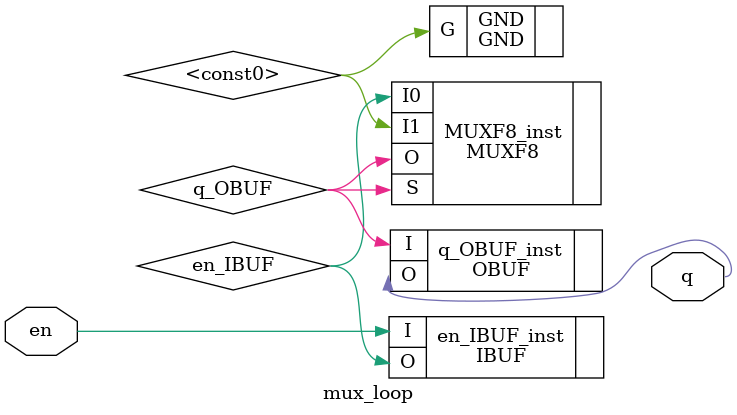
<source format=v>
`timescale 1 ps / 1 ps

(* ECO_CHECKSUM = "56b7ee42" *) 
(* STRUCTURAL_NETLIST = "yes" *)
module mux_loop
   (en,
    q);
  input en;
  output q;

  wire \<const0> ;
  wire en;
  wire en_IBUF;
  wire q;
  wire q_OBUF;

  GND GND
       (.G(\<const0> ));
  (* box_type = "PRIMITIVE" *) 
  MUXF8 MUXF8_inst
       (.I0(en_IBUF),
        .I1(\<const0> ),
        .O(q_OBUF),
        .S(q_OBUF));
  IBUF en_IBUF_inst
       (.I(en),
        .O(en_IBUF));
  OBUF q_OBUF_inst
       (.I(q_OBUF),
        .O(q));
endmodule

</source>
